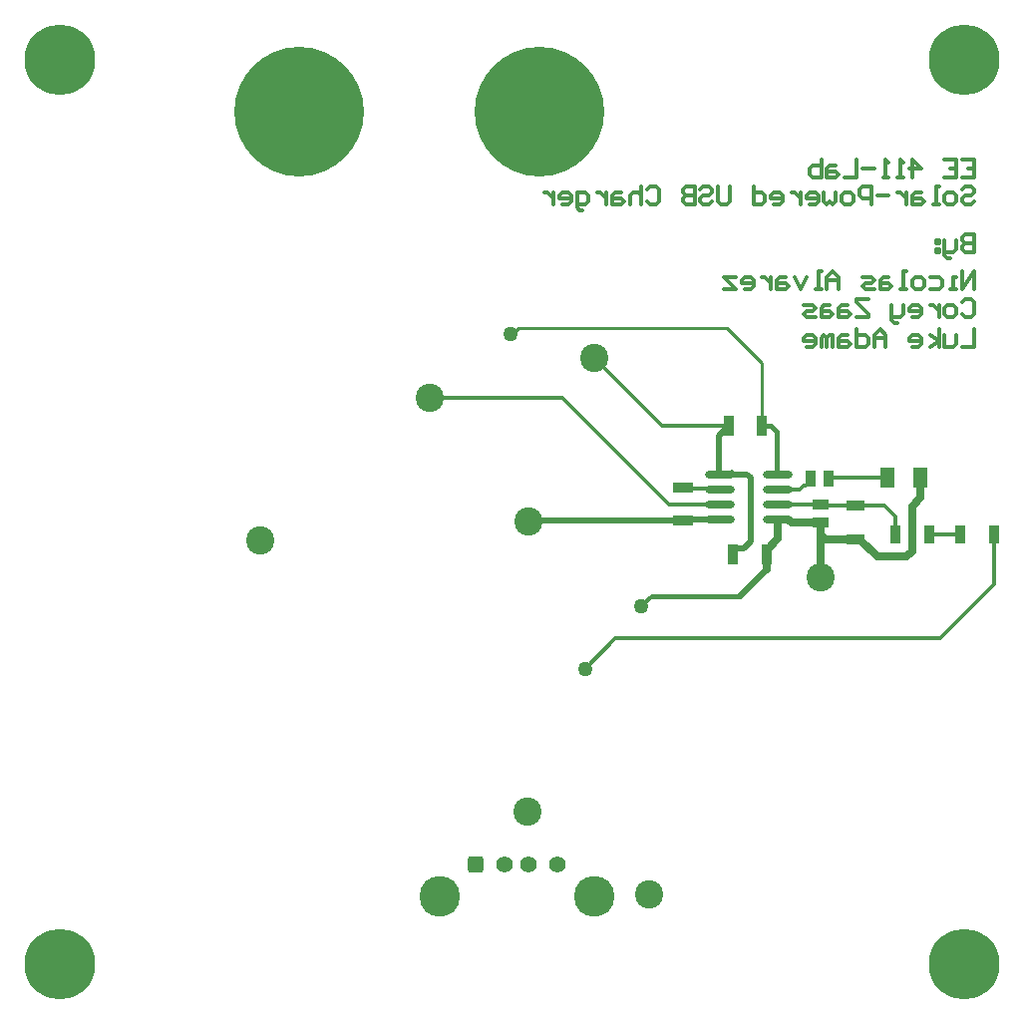
<source format=gbl>
G04*
G04 #@! TF.GenerationSoftware,Altium Limited,Altium Designer,24.1.2 (44)*
G04*
G04 Layer_Physical_Order=2*
G04 Layer_Color=16711680*
%FSLAX44Y44*%
%MOMM*%
G71*
G04*
G04 #@! TF.SameCoordinates,927C013D-A056-43EA-BD9B-1951F5445D31*
G04*
G04*
G04 #@! TF.FilePolarity,Positive*
G04*
G01*
G75*
%ADD13C,0.3000*%
%ADD14C,0.2540*%
%ADD18R,1.6000X0.9000*%
%ADD41C,0.5000*%
%ADD43C,6.0000*%
%ADD44C,2.4000*%
%ADD45C,11.0000*%
%ADD46C,3.4500*%
G04:AMPARAMS|DCode=47|XSize=1.42mm|YSize=1.42mm|CornerRadius=0.355mm|HoleSize=0mm|Usage=FLASHONLY|Rotation=0.000|XOffset=0mm|YOffset=0mm|HoleType=Round|Shape=RoundedRectangle|*
%AMROUNDEDRECTD47*
21,1,1.4200,0.7100,0,0,0.0*
21,1,0.7100,1.4200,0,0,0.0*
1,1,0.7100,0.3550,-0.3550*
1,1,0.7100,-0.3550,-0.3550*
1,1,0.7100,-0.3550,0.3550*
1,1,0.7100,0.3550,0.3550*
%
%ADD47ROUNDEDRECTD47*%
%ADD48C,1.4200*%
%ADD49C,1.2700*%
%ADD50R,1.7000X0.9500*%
%ADD51R,0.9000X1.6000*%
%ADD52O,2.5000X0.7000*%
%ADD53R,1.3500X0.9500*%
%ADD54R,0.9500X1.7000*%
%ADD55R,0.9500X1.3500*%
%ADD56R,1.3000X1.8000*%
%ADD57C,0.4000*%
%ADD58C,0.7000*%
%ADD59C,0.3500*%
D13*
X563350Y436650D02*
X605500D01*
X472750Y527250D02*
X563350Y436650D01*
X360250Y527250D02*
X472750D01*
X557500Y503000D02*
X614000D01*
X499500Y561000D02*
X557500Y503000D01*
X492000Y297000D02*
X518000Y323000D01*
X794000D02*
X839500Y368500D01*
X518000Y323000D02*
X794000D01*
X839500Y368500D02*
Y411000D01*
X540000Y350000D02*
X548647Y358647D01*
X699500Y459000D02*
X749000D01*
X698500Y458000D02*
X699500Y459000D01*
X692000Y436000D02*
X692500Y435500D01*
X691350Y436650D02*
X692000Y436000D01*
X692500Y435500D02*
X722000D01*
X746500D01*
X755500Y426500D01*
Y411000D02*
Y426500D01*
X784500Y411000D02*
X810500D01*
X655500Y436650D02*
X691350D01*
X655500Y449350D02*
X655850Y449000D01*
X674500D01*
X679750Y452250D02*
X683500Y456000D01*
X677750Y452250D02*
X679750D01*
X683500Y456000D02*
Y458000D01*
X674500Y449000D02*
X677750Y452250D01*
X614147Y462050D02*
X616457Y464360D01*
X576267Y449733D02*
X605117D01*
D14*
X612500Y586500D02*
X642000Y557000D01*
X435568Y586500D02*
X612500D01*
X429000Y581000D02*
X430068D01*
X435568Y586500D01*
X642000Y503000D02*
Y557000D01*
D18*
X722000Y435500D02*
D03*
Y406500D02*
D03*
D41*
X623647Y358647D02*
X646000Y381000D01*
X618000Y396928D02*
X620250Y399178D01*
X626678D02*
X632536Y405036D01*
Y459121D01*
X618000Y394000D02*
Y396928D01*
X620250Y399178D02*
X626678D01*
X616457Y462050D02*
X629607D01*
X632536Y459121D01*
X614147Y462050D02*
X616457D01*
X606500D02*
X614147D01*
X575000Y423000D02*
X575567Y423567D01*
X574500Y422500D02*
X575000Y423000D01*
X606117Y423567D02*
X606500Y423950D01*
X575567Y423567D02*
X606117D01*
X444250Y422500D02*
X574500D01*
X443750Y422000D02*
X444250Y422500D01*
X605500Y462050D02*
Y494500D01*
X614000Y503000D01*
X605117Y449733D02*
X605500Y449350D01*
X575000Y451000D02*
X576267Y449733D01*
D43*
X814000Y46000D02*
D03*
X46000D02*
D03*
X814000Y814000D02*
D03*
X46000D02*
D03*
D44*
X216000Y406000D02*
D03*
X546250Y105500D02*
D03*
X360250Y527250D02*
D03*
X443750Y422000D02*
D03*
X692000Y375000D02*
D03*
X499500Y561000D02*
D03*
X443500Y175250D02*
D03*
D45*
X249000Y770000D02*
D03*
X453000D02*
D03*
D46*
X368300Y103900D02*
D03*
X499700D02*
D03*
D47*
X399000Y131000D02*
D03*
D48*
X469000D02*
D03*
X424000D02*
D03*
X444000D02*
D03*
D49*
X540000Y350000D02*
D03*
X492000Y297000D02*
D03*
X429000Y581000D02*
D03*
D50*
X575000Y423000D02*
D03*
Y451000D02*
D03*
D51*
X839500Y411000D02*
D03*
X810500D02*
D03*
X784500D02*
D03*
X755500D02*
D03*
D52*
X655500Y462050D02*
D03*
Y449350D02*
D03*
Y436650D02*
D03*
Y423950D02*
D03*
X606500Y462050D02*
D03*
Y449350D02*
D03*
Y436650D02*
D03*
Y423950D02*
D03*
D53*
X692000Y421000D02*
D03*
Y436000D02*
D03*
D54*
X646000Y394000D02*
D03*
X618000D02*
D03*
X614000Y503000D02*
D03*
X642000D02*
D03*
D55*
X683500Y458000D02*
D03*
X698500D02*
D03*
D56*
X749000Y459000D02*
D03*
X777000D02*
D03*
D57*
X548647Y358647D02*
X623647D01*
X642000Y503000D02*
X650000D01*
X654500Y462050D02*
Y498500D01*
X650000Y503000D02*
X654500Y498500D01*
D58*
X655500Y407250D02*
Y421000D01*
Y423950D01*
X664500D02*
X667450Y421000D01*
X692000D01*
X655500Y423950D02*
X664500D01*
X691000Y368250D02*
X692000Y369250D01*
Y411000D01*
X696500Y406500D02*
X725500D01*
X692000Y411000D02*
X696500Y406500D01*
X646000Y381000D02*
Y394000D01*
X777000Y442000D02*
Y459000D01*
X770000Y435000D02*
X777000Y442000D01*
X770000Y397000D02*
Y435000D01*
X765000Y392000D02*
X770000Y397000D01*
X740000Y392000D02*
X765000D01*
X725500Y406500D02*
X740000Y392000D01*
X692000Y411000D02*
Y421000D01*
X646000Y394000D02*
Y397750D01*
X655500Y407250D01*
D59*
X812503Y729495D02*
X822500D01*
Y714500D01*
X812503D01*
X822500Y721998D02*
X817502D01*
X797508Y729495D02*
X807505D01*
Y714500D01*
X797508D01*
X807505Y721998D02*
X802506D01*
X770017Y714500D02*
Y729495D01*
X777515Y721998D01*
X767518D01*
X762520Y714500D02*
X757521D01*
X760020D01*
Y729495D01*
X762520Y726996D01*
X750023Y714500D02*
X745025D01*
X747524D01*
Y729495D01*
X750023Y726996D01*
X737527Y721998D02*
X727531D01*
X722532Y729495D02*
Y714500D01*
X712536D01*
X705038Y724497D02*
X700040D01*
X697541Y721998D01*
Y714500D01*
X705038D01*
X707537Y716999D01*
X705038Y719498D01*
X697541D01*
X692542Y729495D02*
Y714500D01*
X685044D01*
X682545Y716999D01*
Y719498D01*
Y721998D01*
X685044Y724497D01*
X692542D01*
X812503Y703994D02*
X815003Y706494D01*
X820001D01*
X822500Y703994D01*
Y701495D01*
X820001Y698996D01*
X815003D01*
X812503Y696497D01*
Y693997D01*
X815003Y691498D01*
X820001D01*
X822500Y693997D01*
X805006Y691498D02*
X800007D01*
X797508Y693997D01*
Y698996D01*
X800007Y701495D01*
X805006D01*
X807505Y698996D01*
Y693997D01*
X805006Y691498D01*
X792510D02*
X787511D01*
X790011D01*
Y706494D01*
X792510D01*
X777515Y701495D02*
X772516D01*
X770017Y698996D01*
Y691498D01*
X777515D01*
X780014Y693997D01*
X777515Y696497D01*
X770017D01*
X765019Y701495D02*
Y691498D01*
Y696497D01*
X762520Y698996D01*
X760020Y701495D01*
X757521D01*
X750023Y698996D02*
X740027D01*
X735028Y691498D02*
Y706494D01*
X727531D01*
X725032Y703994D01*
Y698996D01*
X727531Y696497D01*
X735028D01*
X717534Y691498D02*
X712536D01*
X710036Y693997D01*
Y698996D01*
X712536Y701495D01*
X717534D01*
X720033Y698996D01*
Y693997D01*
X717534Y691498D01*
X705038Y701495D02*
Y693997D01*
X702539Y691498D01*
X700040Y693997D01*
X697541Y691498D01*
X695041Y693997D01*
Y701495D01*
X682545Y691498D02*
X687544D01*
X690043Y693997D01*
Y698996D01*
X687544Y701495D01*
X682545D01*
X680046Y698996D01*
Y696497D01*
X690043D01*
X675048Y701495D02*
Y691498D01*
Y696497D01*
X672549Y698996D01*
X670049Y701495D01*
X667550D01*
X652555Y691498D02*
X657553D01*
X660053Y693997D01*
Y698996D01*
X657553Y701495D01*
X652555D01*
X650056Y698996D01*
Y696497D01*
X660053D01*
X635061Y706494D02*
Y691498D01*
X642558D01*
X645058Y693997D01*
Y698996D01*
X642558Y701495D01*
X635061D01*
X615067Y706494D02*
Y693997D01*
X612568Y691498D01*
X607570D01*
X605070Y693997D01*
Y706494D01*
X590075Y703994D02*
X592575Y706494D01*
X597573D01*
X600072Y703994D01*
Y701495D01*
X597573Y698996D01*
X592575D01*
X590075Y696497D01*
Y693997D01*
X592575Y691498D01*
X597573D01*
X600072Y693997D01*
X585077Y706494D02*
Y691498D01*
X577579D01*
X575080Y693997D01*
Y696497D01*
X577579Y698996D01*
X585077D01*
X577579D01*
X575080Y701495D01*
Y703994D01*
X577579Y706494D01*
X585077D01*
X545090Y703994D02*
X547589Y706494D01*
X552587D01*
X555087Y703994D01*
Y693997D01*
X552587Y691498D01*
X547589D01*
X545090Y693997D01*
X540092Y706494D02*
Y691498D01*
Y698996D01*
X537592Y701495D01*
X532594D01*
X530095Y698996D01*
Y691498D01*
X522597Y701495D02*
X517599D01*
X515100Y698996D01*
Y691498D01*
X522597D01*
X525096Y693997D01*
X522597Y696497D01*
X515100D01*
X510101Y701495D02*
Y691498D01*
Y696497D01*
X507602Y698996D01*
X505103Y701495D01*
X502604D01*
X490108Y686500D02*
X487608D01*
X485109Y688999D01*
Y701495D01*
X492607D01*
X495106Y698996D01*
Y693997D01*
X492607Y691498D01*
X485109D01*
X472613D02*
X477612D01*
X480111Y693997D01*
Y698996D01*
X477612Y701495D01*
X472613D01*
X470114Y698996D01*
Y696497D01*
X480111D01*
X465116Y701495D02*
Y691498D01*
Y696497D01*
X462617Y698996D01*
X460117Y701495D01*
X457618D01*
X822500Y665493D02*
Y650498D01*
X815003D01*
X812503Y652998D01*
Y655497D01*
X815003Y657996D01*
X822500D01*
X815003D01*
X812503Y660495D01*
Y662994D01*
X815003Y665493D01*
X822500D01*
X807505Y660495D02*
Y652998D01*
X805006Y650498D01*
X797508D01*
Y647999D01*
X800007Y645500D01*
X802506D01*
X797508Y650498D02*
Y660495D01*
X792510D02*
X790011D01*
Y657996D01*
X792510D01*
Y660495D01*
Y652998D02*
X790011D01*
Y650498D01*
X792510D01*
Y652998D01*
X822500Y619500D02*
Y634495D01*
X812503Y619500D01*
Y634495D01*
X807505Y619500D02*
X802506D01*
X805006D01*
Y629497D01*
X807505D01*
X785012D02*
X792510D01*
X795009Y626998D01*
Y621999D01*
X792510Y619500D01*
X785012D01*
X777515D02*
X772516D01*
X770017Y621999D01*
Y626998D01*
X772516Y629497D01*
X777515D01*
X780014Y626998D01*
Y621999D01*
X777515Y619500D01*
X765019D02*
X760020D01*
X762520D01*
Y634495D01*
X765019D01*
X750023Y629497D02*
X745025D01*
X742526Y626998D01*
Y619500D01*
X750023D01*
X752523Y621999D01*
X750023Y624498D01*
X742526D01*
X737527Y619500D02*
X730030D01*
X727531Y621999D01*
X730030Y624498D01*
X735028D01*
X737527Y626998D01*
X735028Y629497D01*
X727531D01*
X707537Y619500D02*
Y629497D01*
X702539Y634495D01*
X697541Y629497D01*
Y619500D01*
Y626998D01*
X707537D01*
X692542Y619500D02*
X687544D01*
X690043D01*
Y634495D01*
X692542D01*
X680046Y629497D02*
X675048Y619500D01*
X670049Y629497D01*
X662552D02*
X657553D01*
X655054Y626998D01*
Y619500D01*
X662552D01*
X665051Y621999D01*
X662552Y624498D01*
X655054D01*
X650056Y629497D02*
Y619500D01*
Y624498D01*
X647557Y626998D01*
X645058Y629497D01*
X642558D01*
X627563Y619500D02*
X632561D01*
X635061Y621999D01*
Y626998D01*
X632561Y629497D01*
X627563D01*
X625064Y626998D01*
Y624498D01*
X635061D01*
X620066Y629497D02*
X610069D01*
X620066Y619500D01*
X610069D01*
X812503Y607994D02*
X815003Y610494D01*
X820001D01*
X822500Y607994D01*
Y597998D01*
X820001Y595498D01*
X815003D01*
X812503Y597998D01*
X805006Y595498D02*
X800007D01*
X797508Y597998D01*
Y602996D01*
X800007Y605495D01*
X805006D01*
X807505Y602996D01*
Y597998D01*
X805006Y595498D01*
X792510Y605495D02*
Y595498D01*
Y600497D01*
X790011Y602996D01*
X787511Y605495D01*
X785012D01*
X770017Y595498D02*
X775015D01*
X777515Y597998D01*
Y602996D01*
X775015Y605495D01*
X770017D01*
X767518Y602996D01*
Y600497D01*
X777515D01*
X762520Y605495D02*
Y597998D01*
X760020Y595498D01*
X752523D01*
Y592999D01*
X755022Y590500D01*
X757521D01*
X752523Y595498D02*
Y605495D01*
X732529Y610494D02*
X722532D01*
Y607994D01*
X732529Y597998D01*
Y595498D01*
X722532D01*
X715035Y605495D02*
X710036D01*
X707537Y602996D01*
Y595498D01*
X715035D01*
X717534Y597998D01*
X715035Y600497D01*
X707537D01*
X700040Y605495D02*
X695041D01*
X692542Y602996D01*
Y595498D01*
X700040D01*
X702539Y597998D01*
X700040Y600497D01*
X692542D01*
X687544Y595498D02*
X680046D01*
X677547Y597998D01*
X680046Y600497D01*
X685045D01*
X687544Y602996D01*
X685045Y605495D01*
X677547D01*
X822500Y585495D02*
Y570500D01*
X812503D01*
X807505Y580497D02*
Y572999D01*
X805006Y570500D01*
X797508D01*
Y580497D01*
X792510Y570500D02*
Y585495D01*
Y575498D02*
X785012Y580497D01*
X792510Y575498D02*
X785012Y570500D01*
X770017D02*
X775015D01*
X777515Y572999D01*
Y577998D01*
X775015Y580497D01*
X770017D01*
X767518Y577998D01*
Y575498D01*
X777515D01*
X747524Y570500D02*
Y580497D01*
X742526Y585495D01*
X737528Y580497D01*
Y570500D01*
Y577998D01*
X747524D01*
X722532Y585495D02*
Y570500D01*
X730030D01*
X732529Y572999D01*
Y577998D01*
X730030Y580497D01*
X722532D01*
X715035D02*
X710036D01*
X707537Y577998D01*
Y570500D01*
X715035D01*
X717534Y572999D01*
X715035Y575498D01*
X707537D01*
X702539Y570500D02*
Y580497D01*
X700040D01*
X697541Y577998D01*
Y570500D01*
Y577998D01*
X695041Y580497D01*
X692542Y577998D01*
Y570500D01*
X680046D02*
X685045D01*
X687544Y572999D01*
Y577998D01*
X685045Y580497D01*
X680046D01*
X677547Y577998D01*
Y575498D01*
X687544D01*
M02*

</source>
